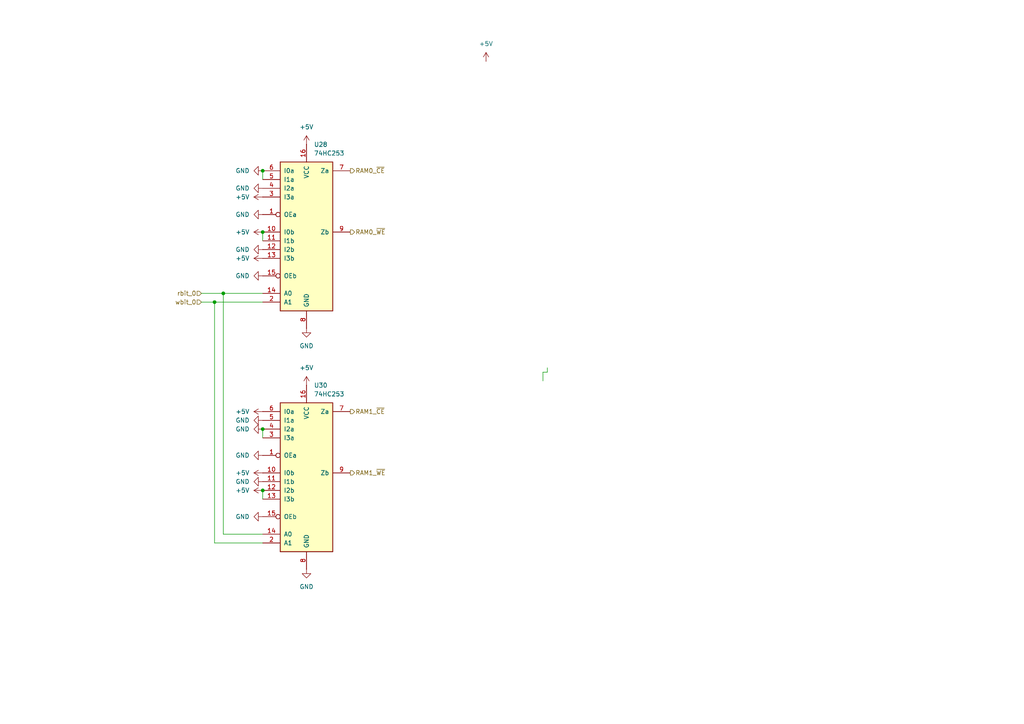
<source format=kicad_sch>
(kicad_sch (version 20250114) (generator "eeschema") (generator_version "9.0")
  (paper "A4")
  (lib_symbols
    (symbol "74xx:74LS253" (pin_names (offset 1.016))
      (property "Reference" "U" (at -7.62 21.59 0))
      (property "Value" "74LS253" (at -7.62 -24.13 0))
      (symbol "74LS253_1_0"
        (pin input line (at -12.7 17.78 0) (length 5.08) (name "I0a") (number "6"))
        (pin input line (at -12.7 15.24 0) (length 5.08) (name "I1a") (number "5"))
        (pin input line (at -12.7 12.7 0) (length 5.08) (name "I2a") (number "4"))
        (pin input line (at -12.7 10.16 0) (length 5.08) (name "I3a") (number "3"))
        (pin input inverted (at -12.7 5.08 0) (length 5.08) (name "OEa") (number "1"))
        (pin input line (at -12.7 0 0) (length 5.08) (name "I0b") (number "10"))
        (pin input line (at -12.7 -2.54 0) (length 5.08) (name "I1b") (number "11"))
        (pin input line (at -12.7 -5.08 0) (length 5.08) (name "I2b") (number "12"))
        (pin input line (at -12.7 -7.62 0) (length 5.08) (name "I3b") (number "13"))
        (pin input inverted (at -12.7 -12.7 0) (length 5.08) (name "OEb") (number "15"))
        (pin input line (at -12.7 -17.78 0) (length 5.08) (name "A0") (number "14"))
        (pin input line (at -12.7 -20.32 0) (length 5.08) (name "A1") (number "2"))
        (pin power_in line (at 0 25.4 270) (length 5.08) (name "VCC") (number "16"))
        (pin power_in line (at 0 -27.94 90) (length 5.08) (name "GND") (number "8"))
        (pin tri_state line (at 12.7 17.78 180) (length 5.08) (name "Za") (number "7"))
        (pin tri_state line (at 12.7 0 180) (length 5.08) (name "Zb") (number "9"))
      )
      (symbol "74LS253_1_1"
        (rectangle (start -7.62 20.32) (end 7.62 -22.86) (stroke (width 0.254)) (fill (type background)))
      )
    )
    (symbol "power:+5V" (power) (pin_numbers (hide yes)) (pin_names (offset 0) (hide yes))
      (property "Value" "+5V" (at 0 3.556 0))
      (symbol "+5V_0_1"
        (polyline (pts (xy -0.762 1.27) (xy 0 2.54)))
        (polyline (pts (xy 0 2.54) (xy 0.762 1.27)))
        (polyline (pts (xy 0 0) (xy 0 2.54)))
      )
      (symbol "+5V_1_1"
        (pin power_in line (at 0 0 90) (length 0) (name "~") (number "1"))
      )
    )
    (symbol "power:GND" (power) (pin_numbers (hide yes)) (pin_names (offset 0) (hide yes))
      (property "Value" "GND" (at 0 -3.81 0))
      (symbol "GND_0_1"
        (polyline (pts (xy 0 0) (xy 0 -1.27) (xy 1.27 -1.27) (xy 0 -2.54) (xy -1.27 -1.27) (xy 0 -1.27)))
      )
      (symbol "GND_1_1"
        (pin power_in line (at 0 0 270) (length 0) (name "~") (number "1"))
      )
    )
  )
  (junction (at 62.23 87.63))
  (junction (at 76.2 49.53))
  (junction (at 76.2 124.46))
  (junction (at 76.2 67.31))
  (junction (at 64.77 85.09))
  (junction (at 76.2 142.24))
  (wire (pts (xy 76.2 49.53) (xy 76.2 52.07)))
  (wire (pts (xy 76.2 124.46) (xy 76.2 127)))
  (wire (pts (xy 62.23 87.63) (xy 76.2 87.63)))
  (wire (pts (xy 62.23 87.63) (xy 62.23 157.48)))
  (wire (pts (xy 58.42 85.09) (xy 64.77 85.09)))
  (wire (pts (xy 64.77 85.09) (xy 76.2 85.09)))
  (wire (pts (xy 64.77 85.09) (xy 64.77 154.94)))
  (wire (pts (xy 58.42 87.63) (xy 62.23 87.63)))
  (wire (pts (xy 76.2 67.31) (xy 76.2 69.85)))
  (wire (pts (xy 157.48 107.95) (xy 157.48 110.49)))
  (wire (pts (xy 76.2 142.24) (xy 76.2 144.78)))
  (wire (pts (xy 158.75 107.95) (xy 157.48 107.95)))
  (wire (pts (xy 158.75 106.68) (xy 158.75 107.95)))
  (wire (pts (xy 64.77 154.94) (xy 76.2 154.94)))
  (wire (pts (xy 62.23 157.48) (xy 76.2 157.48)))
  (hierarchical_label "RAM0_~{WE}" (shape output) (at 101.6 67.31 0))
  (hierarchical_label "RAM1_~{CE}" (shape output) (at 101.6 119.38 0))
  (hierarchical_label "wbit_0" (shape input) (at 58.42 87.63 180))
  (hierarchical_label "rbit_0" (shape input) (at 58.42 85.09 180))
  (hierarchical_label "RAM0_~{CE}" (shape output) (at 101.6 49.53 0))
  (hierarchical_label "RAM1_~{WE}" (shape output) (at 101.6 137.16 0))
  (symbol (lib_id "power:GND") (at 76.2 121.92 270) (unit 1)
    (property "Reference" "#PWR067" (effects (hide yes)))
    (property "Value" "GND" (at 72.39 121.9199 90) (effects (justify right)))
    (property "Description" "Power symbol creates a global label with name \"GND\" , ground" (effects (hide yes)))
  )
  (symbol (lib_id "74xx:74LS253") (at 88.9 137.16 0) (unit 1)
    (property "Reference" "U30" (at 91.0433 111.76 0) (effects (justify left)))
    (property "Value" "74HC253" (at 91.0433 114.3 0) (effects (justify left)))
    (property "Datasheet" "http://www.ti.com/lit/gpn/sn74LS253" (effects (hide yes)))
    (property "Description" "Dual Multiplexer 4 to 1, 3-State Outputs" (effects (hide yes)))
  )
  (symbol (lib_id "power:+5V") (at 88.9 111.76 0) (unit 1)
    (property "Reference" "#PWR058" (effects (hide yes)))
    (property "Value" "+5V" (at 88.9 106.68 0))
    (property "Description" "Power symbol creates a global label with name \"+5V\"" (effects (hide yes)))
  )
  (symbol (lib_id "power:+5V") (at 76.2 57.15 90) (unit 1)
    (property "Reference" "#PWR073" (effects (hide yes)))
    (property "Value" "+5V" (at 72.39 57.1499 90) (effects (justify left)))
    (property "Description" "Power symbol creates a global label with name \"+5V\"" (effects (hide yes)))
  )
  (symbol (lib_id "power:GND") (at 88.9 95.25 0) (unit 1)
    (property "Reference" "#PWR055" (effects (hide yes)))
    (property "Value" "GND" (at 88.9 100.33 0))
    (property "Description" "Power symbol creates a global label with name \"GND\" , ground" (effects (hide yes)))
  )
  (symbol (lib_id "power:+5V") (at 76.2 142.24 90) (unit 1)
    (property "Reference" "#PWR072" (effects (hide yes)))
    (property "Value" "+5V" (at 72.39 142.2399 90) (effects (justify left)))
    (property "Description" "Power symbol creates a global label with name \"+5V\"" (effects (hide yes)))
  )
  (symbol (lib_id "power:+5V") (at 88.9 41.91 0) (unit 1)
    (property "Reference" "#PWR054" (effects (hide yes)))
    (property "Value" "+5V" (at 88.9 36.83 0))
    (property "Description" "Power symbol creates a global label with name \"+5V\"" (effects (hide yes)))
  )
  (symbol (lib_id "power:GND") (at 76.2 132.08 270) (unit 1)
    (property "Reference" "#PWR060" (effects (hide yes)))
    (property "Value" "GND" (at 72.39 132.0799 90) (effects (justify right)))
    (property "Description" "Power symbol creates a global label with name \"GND\" , ground" (effects (hide yes)))
  )
  (symbol (lib_id "power:GND") (at 76.2 124.46 270) (unit 1)
    (property "Reference" "#PWR071" (effects (hide yes)))
    (property "Value" "GND" (at 72.39 124.4599 90) (effects (justify right)))
    (property "Description" "Power symbol creates a global label with name \"GND\" , ground" (effects (hide yes)))
  )
  (symbol (lib_id "power:GND") (at 76.2 54.61 270) (unit 1)
    (property "Reference" "#PWR070" (effects (hide yes)))
    (property "Value" "GND" (at 72.39 54.6099 90) (effects (justify right)))
    (property "Description" "Power symbol creates a global label with name \"GND\" , ground" (effects (hide yes)))
  )
  (symbol (lib_id "power:GND") (at 76.2 80.01 270) (unit 1)
    (property "Reference" "#PWR057" (effects (hide yes)))
    (property "Value" "GND" (at 72.39 80.0099 90) (effects (justify right)))
    (property "Description" "Power symbol creates a global label with name \"GND\" , ground" (effects (hide yes)))
  )
  (symbol (lib_id "power:GND") (at 76.2 62.23 270) (unit 1)
    (property "Reference" "#PWR056" (effects (hide yes)))
    (property "Value" "GND" (at 72.39 62.2299 90) (effects (justify right)))
    (property "Description" "Power symbol creates a global label with name \"GND\" , ground" (effects (hide yes)))
  )
  (symbol (lib_id "power:+5V") (at 76.2 67.31 90) (unit 1)
    (property "Reference" "#PWR064" (effects (hide yes)))
    (property "Value" "+5V" (at 72.39 67.3099 90) (effects (justify left)))
    (property "Description" "Power symbol creates a global label with name \"+5V\"" (effects (hide yes)))
  )
  (symbol (lib_id "power:GND") (at 76.2 72.39 270) (unit 1)
    (property "Reference" "#PWR069" (effects (hide yes)))
    (property "Value" "GND" (at 72.39 72.3899 90) (effects (justify right)))
    (property "Description" "Power symbol creates a global label with name \"GND\" , ground" (effects (hide yes)))
  )
  (symbol (lib_id "power:+5V") (at 76.2 119.38 90) (unit 1)
    (property "Reference" "#PWR065" (effects (hide yes)))
    (property "Value" "+5V" (at 72.39 119.3799 90) (effects (justify left)))
    (property "Description" "Power symbol creates a global label with name \"+5V\"" (effects (hide yes)))
  )
  (symbol (lib_id "power:GND") (at 88.9 165.1 0) (unit 1)
    (property "Reference" "#PWR059" (effects (hide yes)))
    (property "Value" "GND" (at 88.9 170.18 0))
    (property "Description" "Power symbol creates a global label with name \"GND\" , ground" (effects (hide yes)))
  )
  (symbol (lib_id "74xx:74LS253") (at 88.9 67.31 0) (unit 1)
    (property "Reference" "U28" (at 91.0433 41.91 0) (effects (justify left)))
    (property "Value" "74HC253" (at 91.0433 44.45 0) (effects (justify left)))
    (property "Datasheet" "http://www.ti.com/lit/gpn/sn74LS253" (effects (hide yes)))
    (property "Description" "Dual Multiplexer 4 to 1, 3-State Outputs" (effects (hide yes)))
  )
  (symbol (lib_id "power:+5V") (at 76.2 74.93 90) (unit 1)
    (property "Reference" "#PWR074" (effects (hide yes)))
    (property "Value" "+5V" (at 72.39 74.9299 90) (effects (justify left)))
    (property "Description" "Power symbol creates a global label with name \"+5V\"" (effects (hide yes)))
  )
  (symbol (lib_id "power:+5V") (at 140.97 17.78 0) (unit 1)
    (property "Reference" "#PWR063" (effects (hide yes)))
    (property "Value" "+5V" (at 140.97 12.7 0))
    (property "Description" "Power symbol creates a global label with name \"+5V\"" (effects (hide yes)))
  )
  (symbol (lib_id "power:GND") (at 76.2 49.53 270) (unit 1)
    (property "Reference" "#PWR062" (effects (hide yes)))
    (property "Value" "GND" (at 72.39 49.5299 90) (effects (justify right)))
    (property "Description" "Power symbol creates a global label with name \"GND\" , ground" (effects (hide yes)))
  )
  (symbol (lib_id "power:GND") (at 76.2 139.7 270) (unit 1)
    (property "Reference" "#PWR068" (effects (hide yes)))
    (property "Value" "GND" (at 72.39 139.6999 90) (effects (justify right)))
    (property "Description" "Power symbol creates a global label with name \"GND\" , ground" (effects (hide yes)))
  )
  (symbol (lib_id "power:+5V") (at 76.2 137.16 90) (unit 1)
    (property "Reference" "#PWR066" (effects (hide yes)))
    (property "Value" "+5V" (at 72.39 137.1599 90) (effects (justify left)))
    (property "Description" "Power symbol creates a global label with name \"+5V\"" (effects (hide yes)))
  )
  (symbol (lib_id "power:GND") (at 76.2 149.86 270) (unit 1)
    (property "Reference" "#PWR061" (effects (hide yes)))
    (property "Value" "GND" (at 72.39 149.8599 90) (effects (justify right)))
    (property "Description" "Power symbol creates a global label with name \"GND\" , ground" (effects (hide yes)))
  )
)
</source>
